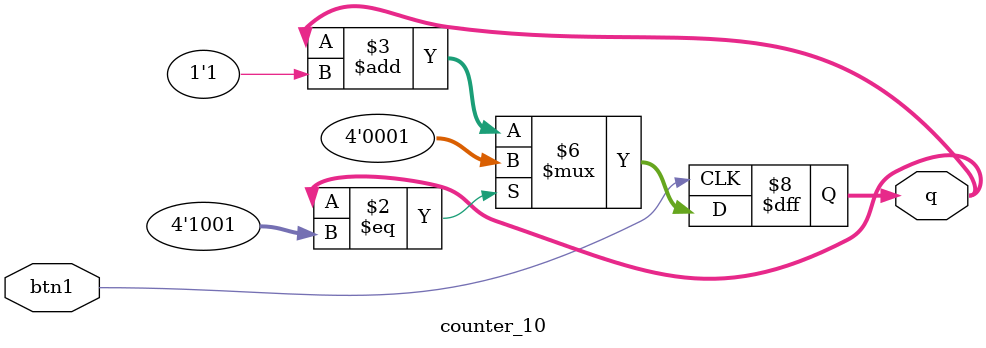
<source format=v>
module counter_10 (
    btn1,q
);
    input   btn1;
    output reg[3:0] q;
    initial begin
        q=4'h1;
    end
    //btn1ºÍbtn2²»ÄÜÍ¬Ê±°´ÏÂ
    always @(posedge btn1) begin
       
            if(q==9) q= (4'h1);
            else
            q=(q+1'b1);  
        
       
    end
    
endmodule
</source>
